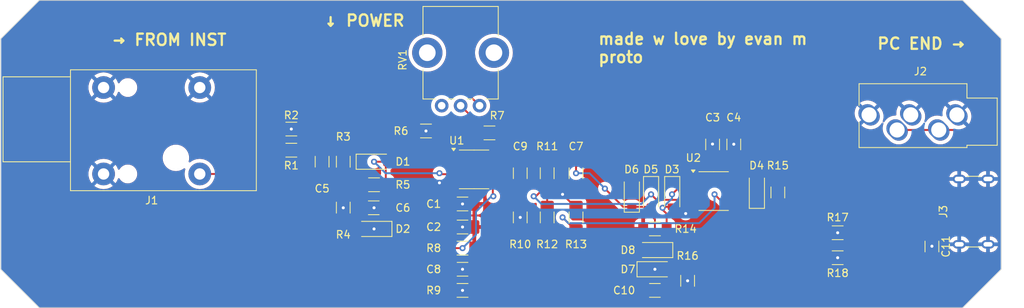
<source format=kicad_pcb>
(kicad_pcb (version 20240108) (generator "pcbnew") (generator_version "8.0")
  (layers (0 "F.Cu" signal) (31 "B.Cu" signal) (34 "B.Paste" user) (35 "F.Paste" user) (36 "B.SilkS" user "B.Silkscreen") (37 "F.SilkS" user "F.Silkscreen") (38 "B.Mask" user) (39 "F.Mask" user) (44 "Edge.Cuts" user))
  (net 0 "")
  (net 1 "GND")
  (net 2 "Net-(D1-A)")
  (net 3 "REF_CLAMP")
  (net 4 "Net-(U1B--)")
  (net 5 "Net-(U1B-+)")
  (net 6 "/Input Biasing and Buffer/SIG_BUF")
  (net 7 "/Output Clamping & Coupling/CLAMP_OUT")
  (net 8 "+5V")
  (net 9 "Net-(D3-A)")
  (net 10 "Net-(D3-K)")
  (net 11 "Net-(D4-A)")
  (net 12 "Net-(D4-K)")
  (net 13 "/Input Biasing and Buffer/JACK_IN")
  (net 14 "Net-(U1A--)")
  (net 15 "REF_CLAMP_H")
  (net 16 "REF_CLAMP_L")
  (net 17 "Net-(C5-Pad1)")
  (net 18 "Net-(C5-Pad2)")
  (net 19 "Net-(R7-Pad1)")
  (net 20 "Net-(J3-CC2)")
  (net 21 "Net-(J3-CC1)")
  (footprint "Resistor_SMD:R_1206_3216Metric_Pad1.30x1.75mm_HandSolder" (layer "F.Cu") (at 142.24 112.522 -90)
    (property "Reference" "R10" (at 3.556 0 180) (layer "F.SilkS"))
    (property "Value" "47k")
    (pad "1" smd roundrect (at -1.55 0 270) (size 1.3 1.75) (layers "F.Cu" "F.Paste" "F.Mask") (roundrect_rratio 0.192308) (net 4 "Net-(U1B--)"))
    (pad "2" smd roundrect (at 1.55 0 270) (size 1.3 1.75) (layers "F.Cu" "F.Paste" "F.Mask") (roundrect_rratio 0.192308) (net 1 "GND"))
  )
  (footprint "Connector_USB:USB_C_Receptacle_GCT_USB4125-xx-x-0190_6P_TopMnt_Horizontal" (layer "F.Cu") (at 203.2 111.76 90)
    (property "Reference" "J3" (at 0 -5.1 90) (layer "F.SilkS"))
    (property "Value" "USB_C_Receptacle_PowerOnly_6P")
    (pad "A5" smd roundrect (at -0.5 -3.08 90) (size 0.7 1.2) (layers "F.Cu" "F.Paste" "F.Mask") (net 21 "Net-(J3-CC1)"))
    (pad "A9" smd roundrect (at 1.52 -3.08 270) (size 0.76 1.2) (layers "F.Cu" "F.Paste" "F.Mask") (net 8 "+5V"))
    (pad "A12" smd roundrect (at 2.75 -3.08 270) (size 0.8 1.2) (layers "F.Cu" "F.Paste" "F.Mask") (net 1 "GND"))
    (pad "B5" smd roundrect (at 0.5 -3.08 270) (size 0.7 1.2) (layers "F.Cu" "F.Paste" "F.Mask") (net 20 "Net-(J3-CC2)"))
    (pad "B9" smd roundrect (at -1.52 -3.08 90) (size 0.76 1.2) (layers "F.Cu" "F.Paste" "F.Mask") (net 8 "+5V"))
    (pad "B12" smd roundrect (at -2.75 -3.08 90) (size 0.8 1.2) (layers "F.Cu" "F.Paste" "F.Mask") (net 1 "GND"))
    (pad "S1" thru_hole oval (at -4.32 -3 90) (size 1.1 1.7) (drill oval 0.6 1.2) (layers "*.Cu" "*.Mask" "F.Paste") (net 1 "GND"))
    (pad "S1" thru_hole oval (at -4.32 0.8 90) (size 1.1 1.7) (drill oval 0.6 1.2) (layers "*.Cu" "*.Mask" "F.Paste") (net 1 "GND"))
    (pad "S1" thru_hole oval (at 4.32 -3 90) (size 1.1 1.7) (drill oval 0.6 1.2) (layers "*.Cu" "*.Mask" "F.Paste") (net 1 "GND"))
    (pad "S1" thru_hole oval (at 4.32 0.8 90) (size 1.1 1.7) (drill oval 0.6 1.2) (layers "*.Cu" "*.Mask" "F.Paste") (net 1 "GND"))
  )
  (footprint "Resistor_SMD:R_1206_3216Metric_Pad1.30x1.75mm_HandSolder" (layer "F.Cu") (at 118.872 111.226 90)
    (property "Reference" "R4" (at -3.582 0 0) (layer "F.SilkS"))
    (property "Value" "470k")
    (pad "1" smd roundrect (at -1.55 0 90) (size 1.3 1.75) (layers "F.Cu" "F.Paste" "F.Mask") (roundrect_rratio 0.192308) (net 1 "GND"))
    (pad "2" smd roundrect (at 1.55 0 90) (size 1.3 1.75) (layers "F.Cu" "F.Paste" "F.Mask") (roundrect_rratio 0.192308) (net 18 "Net-(C5-Pad2)"))
  )
  (footprint "Diode_SMD:D_SOD-123" (layer "F.Cu") (at 162.306 109.474 -90)
    (property "Reference" "D3" (at -3.302 0.026 180) (layer "F.SilkS"))
    (property "Value" "D")
    (pad "1" smd roundrect (at -1.65 0 270) (size 0.9 1.2) (layers "F.Cu" "F.Paste" "F.Mask") (net 10 "Net-(D3-K)"))
    (pad "2" smd roundrect (at 1.65 0 270) (size 0.9 1.2) (layers "F.Cu" "F.Paste" "F.Mask") (net 9 "Net-(D3-A)"))
  )
  (footprint "Capacitor_SMD:C_1206_3216Metric_Pad1.33x1.80mm_HandSolder" (layer "F.Cu") (at 149.606 106.68 90)
    (property "Reference" "C7" (at 3.556 0 0) (layer "F.SilkS"))
    (property "Value" "22n")
    (pad "1" smd roundrect (at -1.5625 0 90) (size 1.325 1.8) (layers "F.Cu" "F.Paste" "F.Mask") (roundrect_rratio 0.188679) (net 1 "GND"))
    (pad "2" smd roundrect (at 1.5625 0 90) (size 1.325 1.8) (layers "F.Cu" "F.Paste" "F.Mask") (roundrect_rratio 0.188679) (net 6 "/Input Biasing and Buffer/SIG_BUF"))
  )
  (footprint "Package_SO:SOIC-8_3.9x4.9mm_P1.27mm" (layer "F.Cu") (at 136.144 106.172)
    (property "Reference" "U1" (at -2.286 -3.81 0) (layer "F.SilkS"))
    (property "Value" "ADA4622-2xCP")
    (pad "1" smd roundrect (at -2.475 -1.905) (size 1.95 0.6) (layers "F.Cu" "F.Paste" "F.Mask") (net 19 "Net-(R7-Pad1)"))
    (pad "2" smd roundrect (at -2.475 -0.635) (size 1.95 0.6) (layers "F.Cu" "F.Paste" "F.Mask") (net 14 "Net-(U1A--)"))
    (pad "3" smd roundrect (at -2.475 0.635) (size 1.95 0.6) (layers "F.Cu" "F.Paste" "F.Mask") (net 2 "Net-(D1-A)"))
    (pad "4" smd roundrect (at -2.475 1.905) (size 1.95 0.6) (layers "F.Cu" "F.Paste" "F.Mask") (net 1 "GND"))
    (pad "5" smd roundrect (at 2.475 1.905) (size 1.95 0.6) (layers "F.Cu" "F.Paste" "F.Mask") (net 5 "Net-(U1B-+)"))
    (pad "6" smd roundrect (at 2.475 0.635) (size 1.95 0.6) (layers "F.Cu" "F.Paste" "F.Mask") (net 4 "Net-(U1B--)"))
    (pad "7" smd roundrect (at 2.475 -0.635) (size 1.95 0.6) (layers "F.Cu" "F.Paste" "F.Mask") (net 3 "REF_CLAMP"))
    (pad "8" smd roundrect (at 2.475 -1.905) (size 1.95 0.6) (layers "F.Cu" "F.Paste" "F.Mask") (net 8 "+5V"))
  )
  (footprint "Connector_Audio:Jack_6.35mm_Neutrik_NRJ4HF_Horizontal" (layer "F.Cu") (at 99.924 106.778 180)
    (property "Reference" "J1" (at 6.35 -3.5 180) (layer "F.SilkS"))
    (property "Value" "AudioJack2_Switch")
    (pad "" np_thru_hole circle (at 3.15 2.13 180) (size 3 3) (drill 3) (layers "*.Cu" "*.Mask"))
    (pad "" np_thru_hole circle (at 9.5 0 180) (size 2 2) (drill 2) (layers "*.Cu" "*.Mask"))
    (pad "" np_thru_hole circle (at 9.5 11.43 180) (size 2 2) (drill 2) (layers "*.Cu" "*.Mask"))
    (pad "S" thru_hole circle (at 12.7 0 180) (size 3 3) (drill 1.5) (layers "*.Cu" "*.Mask") (net 1 "GND"))
    (pad "SN" thru_hole circle (at 12.7 11.43 180) (size 3 3) (drill 1.5) (layers "*.Cu" "*.Mask") (net 1 "GND"))
    (pad "T" thru_hole circle (at 0 0 180) (size 3 3) (drill 1.5) (layers "*.Cu" "*.Mask") (net 13 "/Input Biasing and Buffer/JACK_IN"))
    (pad "TN" thru_hole circle (at 0 11.43 180) (size 3 3) (drill 1.5) (layers "*.Cu" "*.Mask") (net 1 "GND"))
  )
  (footprint "Resistor_SMD:R_1206_3216Metric_Pad1.30x1.75mm_HandSolder" (layer "F.Cu") (at 184.15 117.856 180)
    (property "Reference" "R18" (at 0 -2.032 180) (layer "F.SilkS"))
    (property "Value" "4.7k")
    (pad "1" smd roundrect (at -1.55 0 180) (size 1.3 1.75) (layers "F.Cu" "F.Paste" "F.Mask") (roundrect_rratio 0.192308) (net 21 "Net-(J3-CC1)"))
    (pad "2" smd roundrect (at 1.55 0 180) (size 1.3 1.75) (layers "F.Cu" "F.Paste" "F.Mask") (roundrect_rratio 0.192308) (net 1 "GND"))
  )
  (footprint "Diode_SMD:D_SOD-123" (layer "F.Cu") (at 159.512 109.474 -90)
    (property "Reference" "D5" (at -3.302 0.026 180) (layer "F.SilkS"))
    (property "Value" "D")
    (pad "1" smd roundrect (at -1.65 0 270) (size 0.9 1.2) (layers "F.Cu" "F.Paste" "F.Mask") (net 10 "Net-(D3-K)"))
    (pad "2" smd roundrect (at 1.65 0 270) (size 0.9 1.2) (layers "F.Cu" "F.Paste" "F.Mask") (net 6 "/Input Biasing and Buffer/SIG_BUF"))
  )
  (footprint "Resistor_SMD:R_1206_3216Metric_Pad1.30x1.75mm_HandSolder" (layer "F.Cu") (at 145.796 112.522 90)
    (property "Reference" "R12" (at -3.556 0 0) (layer "F.SilkS"))
    (property "Value" "220k")
    (pad "1" smd roundrect (at -1.55 0 90) (size 1.3 1.75) (layers "F.Cu" "F.Paste" "F.Mask") (roundrect_rratio 0.192308) (net 16 "REF_CLAMP_L"))
    (pad "2" smd roundrect (at 1.55 0 90) (size 1.3 1.75) (layers "F.Cu" "F.Paste" "F.Mask") (roundrect_rratio 0.192308) (net 15 "REF_CLAMP_H"))
  )
  (footprint "Resistor_SMD:R_1206_3216Metric_Pad1.30x1.75mm_HandSolder" (layer "F.Cu") (at 160.02 114.046 180)
    (property "Reference" "R14" (at -4.064 0 180) (layer "F.SilkS"))
    (property "Value" "100")
    (pad "1" smd roundrect (at -1.55 0 180) (size 1.3 1.75) (layers "F.Cu" "F.Paste" "F.Mask") (roundrect_rratio 0.192308) (net 9 "Net-(D3-A)"))
    (pad "2" smd roundrect (at 1.55 0 180) (size 1.3 1.75) (layers "F.Cu" "F.Paste" "F.Mask") (roundrect_rratio 0.192308) (net 8 "+5V"))
  )
  (footprint "Capacitor_SMD:C_1206_3216Metric_Pad1.33x1.80mm_HandSolder" (layer "F.Cu") (at 134.62 119.38 180)
    (property "Reference" "C8" (at 3.81 0 180) (layer "F.SilkS"))
    (property "Value" "2.2u")
    (pad "1" smd roundrect (at -1.5625 0 180) (size 1.325 1.8) (layers "F.Cu" "F.Paste" "F.Mask") (roundrect_rratio 0.188679) (net 1 "GND"))
    (pad "2" smd roundrect (at 1.5625 0 180) (size 1.325 1.8) (layers "F.Cu" "F.Paste" "F.Mask") (roundrect_rratio 0.188679) (net 5 "Net-(U1B-+)"))
  )
  (footprint "Resistor_SMD:R_1206_3216Metric_Pad1.30x1.75mm_HandSolder" (layer "F.Cu") (at 134.62 122.174 180)
    (property "Reference" "R9" (at 3.81 0 180) (layer "F.SilkS"))
    (property "Value" "1k")
    (pad "1" smd roundrect (at -1.55 0 180) (size 1.3 1.75) (layers "F.Cu" "F.Paste" "F.Mask") (roundrect_rratio 0.192308) (net 1 "GND"))
    (pad "2" smd roundrect (at 1.55 0 180) (size 1.3 1.75) (layers "F.Cu" "F.Paste" "F.Mask") (roundrect_rratio 0.192308) (net 5 "Net-(U1B-+)"))
  )
  (footprint "Capacitor_SMD:C_1206_3216Metric_Pad1.33x1.80mm_HandSolder" (layer "F.Cu") (at 160.02 122.174 180)
    (property "Reference" "C10" (at 4.064 0 180) (layer "F.SilkS"))
    (property "Value" "2.2u")
    (pad "1" smd roundrect (at -1.5625 0 180) (size 1.325 1.8) (layers "F.Cu" "F.Paste" "F.Mask") (roundrect_rratio 0.188679) (net 7 "/Output Clamping & Coupling/CLAMP_OUT"))
    (pad "2" smd roundrect (at 1.5625 0 180) (size 1.325 1.8) (layers "F.Cu" "F.Paste" "F.Mask") (roundrect_rratio 0.188679) (net 6 "/Input Biasing and Buffer/SIG_BUF"))
  )
  (footprint "Capacitor_SMD:C_1206_3216Metric_Pad1.33x1.80mm_HandSolder" (layer "F.Cu") (at 142.24 106.68 -90)
    (property "Reference" "C9" (at -3.556 0 180) (layer "F.SilkS"))
    (property "Value" "470n")
    (pad "1" smd roundrect (at -1.5625 0 270) (size 1.325 1.8) (layers "F.Cu" "F.Paste" "F.Mask") (roundrect_rratio 0.188679) (net 3 "REF_CLAMP"))
    (pad "2" smd roundrect (at 1.5625 0 270) (size 1.325 1.8) (layers "F.Cu" "F.Paste" "F.Mask") (roundrect_rratio 0.188679) (net 4 "Net-(U1B--)"))
  )
  (footprint "Resistor_SMD:R_1206_3216Metric_Pad1.30x1.75mm_HandSolder" (layer "F.Cu") (at 129.794 101.092)
    (property "Reference" "R6" (at -3.302 0 180) (layer "F.SilkS"))
    (property "Value" "10k")
    (pad "1" smd roundrect (at -1.55 0) (size 1.3 1.75) (layers "F.Cu" "F.Paste" "F.Mask") (roundrect_rratio 0.192308) (net 1 "GND"))
    (pad "2" smd roundrect (at 1.55 0) (size 1.3 1.75) (layers "F.Cu" "F.Paste" "F.Mask") (roundrect_rratio 0.192308) (net 14 "Net-(U1A--)"))
  )
  (footprint "Capacitor_SMD:C_1206_3216Metric_Pad1.33x1.80mm_HandSolder" (layer "F.Cu") (at 116.078 105.156 -90)
    (property "Reference" "C5" (at 3.556 0 180) (layer "F.SilkS"))
    (property "Value" "1u")
    (pad "1" smd roundrect (at -1.5625 0 270) (size 1.325 1.8) (layers "F.Cu" "F.Paste" "F.Mask") (roundrect_rratio 0.188679) (net 17 "Net-(C5-Pad1)"))
    (pad "2" smd roundrect (at 1.5625 0 270) (size 1.325 1.8) (layers "F.Cu" "F.Paste" "F.Mask") (roundrect_rratio 0.188679) (net 18 "Net-(C5-Pad2)"))
  )
  (footprint "Capacitor_SMD:C_1206_3216Metric_Pad1.33x1.80mm_HandSolder" (layer "F.Cu") (at 122.8975 111.252)
    (property "Reference" "C6" (at 3.8485 0 0) (layer "F.SilkS"))
    (property "Value" "3.3n")
    (pad "1" smd roundrect (at -1.5625 0) (size 1.325 1.8) (layers "F.Cu" "F.Paste" "F.Mask") (roundrect_rratio 0.188679) (net 1 "GND"))
    (pad "2" smd roundrect (at 1.5625 0) (size 1.325 1.8) (layers "F.Cu" "F.Paste" "F.Mask") (roundrect_rratio 0.188679) (net 2 "Net-(D1-A)"))
  )
  (footprint "Package_SO:SOIC-8_3.9x4.9mm_P1.27mm" (layer "F.Cu") (at 167.777 109.039)
    (property "Reference" "U2" (at -2.677 -4.391 0) (layer "F.SilkS"))
    (property "Value" "ADA4622-2xCP")
    (pad "1" smd roundrect (at -2.475 -1.905) (size 1.95 0.6) (layers "F.Cu" "F.Paste" "F.Mask") (net 10 "Net-(D3-K)"))
    (pad "2" smd roundrect (at -2.475 -0.635) (size 1.95 0.6) (layers "F.Cu" "F.Paste" "F.Mask") (net 9 "Net-(D3-A)"))
    (pad "3" smd roundrect (at -2.475 0.635) (size 1.95 0.6) (layers "F.Cu" "F.Paste" "F.Mask") (net 15 "REF_CLAMP_H"))
    (pad "4" smd roundrect (at -2.475 1.905) (size 1.95 0.6) (layers "F.Cu" "F.Paste" "F.Mask") (net 1 "GND"))
    (pad "5" smd roundrect (at 2.475 1.905) (size 1.95 0.6) (layers "F.Cu" "F.Paste" "F.Mask") (net 16 "REF_CLAMP_L"))
    (pad "6" smd roundrect (at 2.475 0.635) (size 1.95 0.6) (layers "F.Cu" "F.Paste" "F.Mask") (net 12 "Net-(D4-K)"))
    (pad "7" smd roundrect (at 2.475 -0.635) (size 1.95 0.6) (layers "F.Cu" "F.Paste" "F.Mask") (net 11 "Net-(D4-A)"))
    (pad "8" smd roundrect (at 2.475 -1.905) (size 1.95 0.6) (layers "F.Cu" "F.Paste" "F.Mask") (net 8 "+5V"))
  )
  (footprint "Resistor_SMD:R_1206_3216Metric_Pad1.30x1.75mm_HandSolder" (layer "F.Cu") (at 149.606 112.522 -90)
    (property "Reference" "R13" (at 3.556 0 180) (layer "F.SilkS"))
    (property "Value" "100k")
    (pad "1" smd roundrect (at -1.55 0 270) (size 1.3 1.75) (layers "F.Cu" "F.Paste" "F.Mask") (roundrect_rratio 0.192308) (net 1 "GND"))
    (pad "2" smd roundrect (at 1.55 0 270) (size 1.3 1.75) (layers "F.Cu" "F.Paste" "F.Mask") (roundrect_rratio 0.192308) (net 16 "REF_CLAMP_L"))
  )
  (footprint "Connector_Audio:Jack_3.5mm_CUI_SJ1-3535NG_Horizontal_CircularHoles" (layer "F.Cu") (at 199.898 98.96 -90)
    (property "Reference" "J2" (at -5.742 4.816 180) (layer "F.SilkS"))
    (property "Value" "AudioJack3_SwitchTR")
    (pad "R" thru_hole oval (at 2 7.9 315) (size 3 2.4) (drill 2) (layers "*.Cu" "*.Mask") (net 7 "/Output Clamping & Coupling/CLAMP_OUT"))
    (pad "RN" thru_hole oval (at 0 6.1 315) (size 3 2.4) (drill 2) (layers "*.Cu" "*.Mask") (net 1 "GND"))
    (pad "S" thru_hole oval (at 0 0 315) (size 3 2.4) (drill 2) (layers "*.Cu" "*.Mask") (net 1 "GND"))
    (pad "T" thru_hole oval (at 2 2.4 315) (size 3 2.4) (drill 2) (layers "*.Cu" "*.Mask") (net 7 "/Output Clamping & Coupling/CLAMP_OUT"))
    (pad "TN" thru_hole oval (at 0 11.6 315) (size 3 2.4) (drill 2) (layers "*.Cu" "*.Mask") (net 1 "GND"))
  )
  (footprint "Capacitor_SMD:C_1206_3216Metric_Pad1.33x1.80mm_HandSolder" (layer "F.Cu") (at 170.434 102.87 -90)
    (property "Reference" "C4" (at -3.556 0 180) (layer "F.SilkS"))
    (property "Value" "1u")
    (pad "1" smd roundrect (at -1.5625 0 270) (size 1.325 1.8) (layers "F.Cu" "F.Paste" "F.Mask") (roundrect_rratio 0.188679) (net 1 "GND"))
    (pad "2" smd roundrect (at 1.5625 0 270) (size 1.325 1.8) (layers "F.Cu" "F.Paste" "F.Mask") (roundrect_rratio 0.188679) (net 8 "+5V"))
  )
  (footprint "Resistor_SMD:R_1206_3216Metric_Pad1.30x1.75mm_HandSolder" (layer "F.Cu") (at 176.25 109.22 90)
    (property "Reference" "R15" (at 3.556 0 0) (layer "F.SilkS"))
    (property "Value" "100")
    (pad "1" smd roundrect (at -1.55 0 90) (size 1.3 1.75) (layers "F.Cu" "F.Paste" "F.Mask") (roundrect_rratio 0.192308) (net 12 "Net-(D4-K)"))
    (pad "2" smd roundrect (at 1.55 0 90) (size 1.3 1.75) (layers "F.Cu" "F.Paste" "F.Mask") (roundrect_rratio 0.192308) (net 8 "+5V"))
  )
  (footprint "Diode_SMD:D_SOD-123" (layer "F.Cu") (at 122.936 105.156)
    (property "Reference" "D1" (at 3.81 0 0) (layer "F.SilkS"))
    (property "Value" "D")
    (pad "1" smd roundrect (at -1.65 0) (size 0.9 1.2) (layers "F.Cu" "F.Paste" "F.Mask") (net 8 "+5V"))
    (pad "2" smd roundrect (at 1.65 0) (size 0.9 1.2) (layers "F.Cu" "F.Paste" "F.Mask") (net 2 "Net-(D1-A)"))
  )
  (footprint "Potentiometer_THT:Potentiometer_Bourns_PTV09A-1_Single_Vertical" (layer "F.Cu") (at 136.866 97.744 90)
    (property "Reference" "RV1" (at 6.05 -10.15 90) (layer "F.SilkS"))
    (property "Value" "R_Potentiometer")
    (pad "" np_thru_hole circle (at 7 -6.9 90) (size 4 4) (drill 2.2) (layers "F&B.Cu" "*.Mask"))
    (pad "" np_thru_hole circle (at 7 1.9 90) (size 4 4) (drill 2.2) (layers "F&B.Cu" "*.Mask"))
    (pad "1" thru_hole circle (at 0 0 90) (size 1.8 1.8) (drill 1) (layers "*.Cu" "*.Mask") (net 14 "Net-(U1A--)"))
    (pad "2" thru_hole circle (at 0 -2.5 90) (size 1.8 1.8) (drill 1) (layers "*.Cu" "*.Mask") (net 19 "Net-(R7-Pad1)"))
    (pad "3" thru_hole circle (at 0 -5 90) (size 1.8 1.8) (drill 1) (layers "*.Cu" "*.Mask"))
  )
  (footprint "Resistor_SMD:R_1206_3216Metric_Pad1.30x1.75mm_HandSolder" (layer "F.Cu") (at 134.62 116.586)
    (property "Reference" "R8" (at -3.81 0 0) (layer "F.SilkS"))
    (property "Value" "47k")
    (pad "1" smd roundrect (at -1.55 0) (size 1.3 1.75) (layers "F.Cu" "F.Paste" "F.Mask") (roundrect_rratio 0.192308) (net 5 "Net-(U1B-+)"))
    (pad "2" smd roundrect (at 1.55 0) (size 1.3 1.75) (layers "F.Cu" "F.Paste" "F.Mask") (roundrect_rratio 0.192308) (net 8 "+5V"))
  )
  (footprint "Resistor_SMD:R_1206_3216Metric_Pad1.30x1.75mm_HandSolder" (layer "F.Cu") (at 122.936 108.204)
    (property "Reference" "R5" (at 3.81 0 0) (layer "F.SilkS"))
    (property "Value" "1k")
    (pad "1" smd roundrect (at -1.55 0) (size 1.3 1.75) (layers "F.Cu" "F.Paste" "F.Mask") (roundrect_rratio 0.192308) (net 18 "Net-(C5-Pad2)"))
    (pad "2" smd roundrect (at 1.55 0) (size 1.3 1.75) (layers "F.Cu" "F.Paste" "F.Mask") (roundrect_rratio 0.192308) (net 2 "Net-(D1-A)"))
  )
  (footprint "Diode_SMD:D_SOD-123" (layer "F.Cu") (at 160.02 116.84 180)
    (property "Reference" "D7" (at 3.556 -2.54 180) (layer "F.SilkS"))
    (property "Value" "D")
    (pad "1" smd roundrect (at -1.65 0 180) (size 0.9 1.2) (layers "F.Cu" "F.Paste" "F.Mask") (net 8 "+5V"))
    (pad "2" smd roundrect (at 1.65 0 180) (size 0.9 1.2) (layers "F.Cu" "F.Paste" "F.Mask") (net 6 "/Input Biasing and Buffer/SIG_BUF"))
  )
  (footprint "Diode_SMD:D_SOD-123" (layer "F.Cu") (at 160.02 119.38)
    (property "Reference" "D8" (at -3.556 -2.54 0) (layer "F.SilkS"))
    (property "Value" "D")
    (pad "1" smd roundrect (at -1.65 0) (size 0.9 1.2) (layers "F.Cu" "F.Paste" "F.Mask") (net 6 "/Input Biasing and Buffer/SIG_BUF"))
    (pad "2" smd roundrect (at 1.65 0) (size 0.9 1.2) (layers "F.Cu" "F.Paste" "F.Mask") (net 1 "GND"))
  )
  (footprint "Capacitor_SMD:C_1206_3216Metric_Pad1.33x1.80mm_HandSolder" (layer "F.Cu") (at 167.64 102.87 90)
    (property "Reference" "C3" (at 3.556 0 0) (layer "F.SilkS"))
    (property "Value" "22n")
    (pad "1" smd roundrect (at -1.5625 0 90) (size 1.325 1.8) (layers "F.Cu" "F.Paste" "F.Mask") (roundrect_rratio 0.188679) (net 8 "+5V"))
    (pad "2" smd roundrect (at 1.5625 0 90) (size 1.325 1.8) (layers "F.Cu" "F.Paste" "F.Mask") (roundrect_rratio 0.188679) (net 1 "GND"))
  )
  (footprint "Resistor_SMD:R_1206_3216Metric_Pad1.30x1.75mm_HandSolder" (layer "F.Cu") (at 138.176 101.346)
    (property "Reference" "R7" (at 1.016 -2.286 0) (layer "F.SilkS"))
    (property "Value" "100")
    (pad "1" smd roundrect (at -1.55 0) (size 1.3 1.75) (layers "F.Cu" "F.Paste" "F.Mask") (roundrect_rratio 0.192308) (net 19 "Net-(R7-Pad1)"))
    (pad "2" smd roundrect (at 1.55 0) (size 1.3 1.75) (layers "F.Cu" "F.Paste" "F.Mask") (roundrect_rratio 0.192308) (net 6 "/Input Biasing and Buffer/SIG_BUF"))
  )
  (footprint "Resistor_SMD:R_1206_3216Metric_Pad1.30x1.75mm_HandSolder" (layer "F.Cu") (at 118.872 105.156 90)
    (property "Reference" "R3" (at 3.302 0 0) (layer "F.SilkS"))
    (property "Value" "470k")
    (pad "1" smd roundrect (at -1.55 0 90) (size 1.3 1.75) (layers "F.Cu" "F.Paste" "F.Mask") (roundrect_rratio 0.192308) (net 18 "Net-(C5-Pad2)"))
    (pad "2" smd roundrect (at 1.55 0 90) (size 1.3 1.75) (layers "F.Cu" "F.Paste" "F.Mask") (roundrect_rratio 0.192308) (net 8 "+5V"))
  )
  (footprint "Resistor_SMD:R_1206_3216Metric_Pad1.30x1.75mm_HandSolder" (layer "F.Cu") (at 112.014 103.632)
    (property "Reference" "R1" (at 0 2.032 0) (layer "F.SilkS"))
    (property "Value" "100")
    (pad "1" smd roundrect (at -1.55 0) (size 1.3 1.75) (layers "F.Cu" "F.Paste" "F.Mask") (roundrect_rratio 0.192308) (net 13 "/Input Biasing and Buffer/JACK_IN"))
    (pad "2" smd roundrect (at 1.55 0) (size 1.3 1.75) (layers "F.Cu" "F.Paste" "F.Mask") (roundrect_rratio 0.192308) (net 17 "Net-(C5-Pad1)"))
  )
  (footprint "Diode_SMD:D_SOD-123" (layer "F.Cu") (at 122.936 114.046 180)
    (property "Reference" "D2" (at -3.81 0 180) (layer "F.SilkS"))
    (property "Value" "D")
    (pad "1" smd roundrect (at -1.65 0 180) (size 0.9 1.2) (layers "F.Cu" "F.Paste" "F.Mask") (net 2 "Net-(D1-A)"))
    (pad "2" smd roundrect (at 1.65 0 180) (size 0.9 1.2) (layers "F.Cu" "F.Paste" "F.Mask") (net 1 "GND"))
  )
  (footprint "Capacitor_SMD:C_1206_3216Metric_Pad1.33x1.80mm_HandSolder" (layer "F.Cu") (at 196.596 116.3705 -90)
    (property "Reference" "C11" (at 0 -1.85 90) (layer "F.SilkS"))
    (property "Value" "2.2u")
    (pad "1" smd roundrect (at -1.5625 0 270) (size 1.325 1.8) (layers "F.Cu" "F.Paste" "F.Mask") (roundrect_rratio 0.188679) (net 8 "+5V"))
    (pad "2" smd roundrect (at 1.5625 0 270) (size 1.325 1.8) (layers "F.Cu" "F.Paste" "F.Mask") (roundrect_rratio 0.188679) (net 1 "GND"))
  )
  (footprint "Resistor_SMD:R_1206_3216Metric_Pad1.30x1.75mm_HandSolder" (layer "F.Cu") (at 164.338 120.904 90)
    (property "Reference" "R16" (at 3.302 0 0) (layer "F.SilkS"))
    (property "Value" "470k")
    (pad "1" smd roundrect (at -1.55 0 90) (size 1.3 1.75) (layers "F.Cu" "F.Paste" "F.Mask") (roundrect_rratio 0.192308) (net 7 "/Output Clamping & Coupling/CLAMP_OUT"))
    (pad "2" smd roundrect (at 1.55 0 90) (size 1.3 1.75) (layers "F.Cu" "F.Paste" "F.Mask") (roundrect_rratio 0.192308) (net 1 "GND"))
  )
  (footprint "Resistor_SMD:R_1206_3216Metric_Pad1.30x1.75mm_HandSolder" (layer "F.Cu") (at 184.15 114.554 180)
    (property "Reference" "R17" (at 0 2.032 180) (layer "F.SilkS"))
    (property "Value" "4.7k")
    (pad "1" smd roundrect (at -1.55 0 180) (size 1.3 1.75) (layers "F.Cu" "F.Paste" "F.Mask") (roundrect_rratio 0.192308) (net 20 "Net-(J3-CC2)"))
    (pad "2" smd roundrect (at 1.55 0 180) (size 1.3 1.75) (layers "F.Cu" "F.Paste" "F.Mask") (roundrect_rratio 0.192308) (net 1 "GND"))
  )
  (footprint "Diode_SMD:D_SOD-123" (layer "F.Cu") (at 156.972 109.474 90)
    (property "Reference" "D6" (at 3.302 -0.026 0) (layer "F.SilkS"))
    (property "Value" "D")
    (pad "1" smd roundrect (at -1.65 0 90) (size 0.9 1.2) (layers "F.Cu" "F.Paste" "F.Mask") (net 6 "/Input Biasing and Buffer/SIG_BUF"))
    (pad "2" smd roundrect (at 1.65 0 90) (size 0.9 1.2) (layers "F.Cu" "F.Paste" "F.Mask") (net 11 "Net-(D4-A)"))
  )
  (footprint "Resistor_SMD:R_1206_3216Metric_Pad1.30x1.75mm_HandSolder" (layer "F.Cu") (at 112.014 100.838)
    (property "Reference" "R2" (at 0 -1.82 0) (layer "F.SilkS"))
    (property "Value" "1Meg")
    (pad "1" smd roundrect (at -1.55 0) (size 1.3 1.75) (layers "F.Cu" "F.Paste" "F.Mask") (roundrect_rratio 0.192308) (net 1 "GND"))
    (pad "2" smd roundrect (at 1.55 0) (size 1.3 1.75) (layers "F.Cu" "F.Paste" "F.Mask") (roundrect_rratio 0.192308) (net 17 "Net-(C5-Pad1)"))
  )
  (footprint "Resistor_SMD:R_1206_3216Metric_Pad1.30x1.75mm_HandSolder" (layer "F.Cu") (at 145.796 106.68 90)
    (property "Reference" "R11" (at 3.556 0 0) (layer "F.SilkS"))
    (property "Value" "100k")
    (pad "1" smd roundrect (at -1.55 0 90) (size 1.3 1.75) (layers "F.Cu" "F.Paste" "F.Mask") (roundrect_rratio 0.192308) (net 15 "REF_CLAMP_H"))
    (pad "2" smd roundrect (at 1.55 0 90) (size 1.3 1.75) (layers "F.Cu" "F.Paste" "F.Mask") (roundrect_rratio 0.192308) (net 3 "REF_CLAMP"))
  )
  (footprint "Capacitor_SMD:C_1206_3216Metric_Pad1.33x1.80mm_HandSolder" (layer "F.Cu") (at 134.62 110.744 180)
    (property "Reference" "C1" (at 3.81 0 180) (layer "F.SilkS"))
    (property "Value" "22n")
    (pad "1" smd roundrect (at -1.5625 0 180) (size 1.325 1.8) (layers "F.Cu" "F.Paste" "F.Mask") (roundrect_rratio 0.188679) (net 8 "+5V"))
    (pad "2" smd roundrect (at 1.5625 0 180) (size 1.325 1.8) (layers "F.Cu" "F.Paste" "F.Mask") (roundrect_rratio 0.188679) (net 1 "GND"))
  )
  (footprint "Diode_SMD:D_SOD-123" (layer "F.Cu") (at 173.482 108.966 90)
    (property "Reference" "D4" (at 3.302 -0.026 0) (layer "F.SilkS"))
    (property "Value" "D")
    (pad "1" smd roundrect (at -1.65 0 90) (size 0.9 1.2) (layers "F.Cu" "F.Paste" "F.Mask") (net 12 "Net-(D4-K)"))
    (pad "2" smd roundrect (at 1.65 0 90) (size 0.9 1.2) (layers "F.Cu" "F.Paste" "F.Mask") (net 11 "Net-(D4-A)"))
  )
  (footprint "Capacitor_SMD:C_1206_3216Metric_Pad1.33x1.80mm_HandSolder" (layer "F.Cu") (at 134.62 113.792)
    (property "Reference" "C2" (at -3.81 0 0) (layer "F.SilkS"))
    (property "Value" "1u")
    (pad "1" smd roundrect (at -1.5625 0) (size 1.325 1.8) (layers "F.Cu" "F.Paste" "F.Mask") (roundrect_rratio 0.188679) (net 1 "GND"))
    (pad "2" smd roundrect (at 1.5625 0) (size 1.325 1.8) (layers "F.Cu" "F.Paste" "F.Mask") (roundrect_rratio 0.188679) (net 8 "+5V"))
  )
  (gr_line (start 200.66 83.82) (end 205.74 88.9) (stroke (width 0.1)) (layer "Edge.Cuts"))
  (gr_line (start 205.74 88.9) (end 205.74 119.38) (stroke (width 0.1)) (layer "Edge.Cuts"))
  (gr_line (start 205.74 119.38) (end 200.66 124.46) (stroke (width 0.1)) (layer "Edge.Cuts"))
  (gr_line (start 200.66 124.46) (end 78.74 124.46) (stroke (width 0.1)) (layer "Edge.Cuts"))
  (gr_line (start 78.74 83.82) (end 200.66 83.82) (stroke (width 0.1)) (layer "Edge.Cuts"))
  (gr_line (start 78.74 124.46) (end 73.66 119.38) (stroke (width 0.1)) (layer "Edge.Cuts"))
  (gr_line (start 73.66 119.38) (end 73.66 88.9) (stroke (width 0.1)) (layer "Edge.Cuts"))
  (gr_line (start 73.66 88.9) (end 78.74 83.82) (stroke (width 0.1)) (layer "Edge.Cuts"))
  (gr_text "PC END →" (at 189.23 90.424 0) (layer "F.SilkS") (effects (font (size 1.5 1.5) (thickness 0.3) (bold yes)) (justify left bottom)))
  (gr_text "↓ POWER" (at 116.078 87.376 0) (layer "F.SilkS") (effects (font (size 1.5 1.5) (thickness 0.3) (bold yes)) (justify left bottom)))
  (gr_text "→ FROM INST" (at 88.138 89.916 0) (layer "F.SilkS") (effects (font (size 1.5 1.5) (thickness 0.3) (bold yes)) (justify left bottom)))
  (gr_text "made w love by evan m\nproto" (at 152.4 92.202 0) (layer "F.SilkS") (effects (font (size 1.5 1.5) (thickness 0.3) (bold yes)) (justify left bottom)))
  (segment (start 182.6 117.856) (end 184.15 117.856) (width 0.25) (layer "F.Cu") (net 1))
  (segment (start 149.606 108.2425) (end 149.0595 108.2425) (width 0.25) (layer "F.Cu") (net 1))
  (segment (start 164.232 112.014) (end 165.302 110.944) (width 0.25) (layer "F.Cu") (net 1))
  (segment (start 167.64 102.807) (end 167.64 101.3075) (width 0.25) (layer "F.Cu") (net 1))
  (segment (start 121.335 111.252) (end 122.936 111.252) (width 0.25) (layer "F.Cu") (net 1))
  (segment (start 133.0575 110.744) (end 134.62 110.744) (width 0.25) (layer "F.Cu") (net 1))
  (segment (start 121.286 114.046) (end 122.936 114.046) (width 0.25) (layer "F.Cu") (net 1))
  (segment (start 128.244 101.092) (end 129.794 101.092) (width 0.25) (layer "F.Cu") (net 1))
  (segment (start 131.572 107.95) (end 131.699 108.077) (width 0.25) (layer "F.Cu") (net 1))
  (segment (start 149.326 110.972) (end 147.828 109.474) (width 0.25) (layer "F.Cu") (net 1))
  (segment (start 182.6 114.554) (end 184.15 114.554) (width 0.25) (layer "F.Cu") (net 1))
  (segment (start 131.699 108.077) (end 133.669 108.077) (width 0.25) (layer "F.Cu") (net 1))
  (segment (start 118.872 112.776) (end 118.872 111.252) (width 0.25) (layer "F.Cu") (net 1))
  (segment (start 136.1825 119.38) (end 134.62 119.38) (width 0.25) (layer "F.Cu") (net 1))
  (segment (start 200.12 114.51) (end 200.12 116) (width 0.25) (layer "F.Cu") (net 1))
  (segment (start 133.0575 113.792) (end 134.62 113.792) (width 0.25) (layer "F.Cu") (net 1))
  (segment (start 164.084 112.014) (end 164.232 112.014) (width 0.25) (layer "F.Cu") (net 1))
  (segment (start 149.606 110.972) (end 149.326 110.972) (width 0.25) (layer "F.Cu") (net 1))
  (segment (start 200.12 109.01) (end 200.12 107.52) (width 0.25) (layer "F.Cu") (net 1))
  (segment (start 149.0595 108.2425) (end 147.828 109.474) (width 0.25) (layer "F.Cu") (net 1))
  (segment (start 200.12 107.52) (end 200.2 107.44) (width 0.25) (layer "F.Cu") (net 1))
  (segment (start 110.464 100.838) (end 112.014 100.838) (width 0.25) (layer "F.Cu") (net 1))
  (segment (start 196.596 117.933) (end 196.596 116.332) (width 0.25) (layer "F.Cu") (net 1))
  (segment (start 164.338 119.354) (end 164.338 120.904) (width 0.25) (layer "F.Cu") (net 1))
  (segment (start 142.24 114.072) (end 142.24 112.522) (width 0.25) (layer "F.Cu") (net 1))
  (segment (start 200.12 116) (end 200.2 116.08) (width 0.25) (layer "F.Cu") (net 1))
  (segment (start 136.17 122.174) (end 134.62 122.174) (width 0.25) (layer "F.Cu") (net 1))
  (segment (start 161.67 119.38) (end 160.02 119.38) (width 0.25) (layer "F.Cu") (net 1))
  (segment (start 170.434 102.844) (end 170.434 101.3075) (width 0.25) (layer "F.Cu") (net 1))
  (segment (start 167.626153 102.820847) (end 167.64 102.807) (width 0.25) (layer "F.Cu") (net 1))
  (via (at 134.62 113.792) (size 0.8) (drill 0.4) (layers "F.Cu" "B.Cu") (net 1))
  (via (at 129.794 101.092) (size 0.8) (drill 0.4) (layers "F.Cu" "B.Cu") (net 1))
  (via (at 167.626153 102.820847) (size 0.8) (drill 0.4) (layers "F.Cu" "B.Cu") (net 1))
  (via (at 122.936 111.252) (size 0.8) (drill 0.4) (layers "F.Cu" "B.Cu") (net 1))
  (via (at 184.15 114.554) (size 0.8) (drill 0.4) (layers "F.Cu" "B.Cu") (net 1))
  (via (at 134.62 110.744) (size 0.8) (drill 0.4) (layers "F.Cu" "B.Cu") (net 1))
  (via (at 147.828 109.474) (size 0.8) (drill 0.4) (layers "F.Cu" "B.Cu") (net 1))
  (via (at 196.596 116.332) (size 0.8) (drill 0.4) (layers "F.Cu" "B.Cu") (net 1))
  (via (at 112.014 100.838) (size 0.8) (drill 0.4) (layers "F.Cu" "B.Cu") (net 1))
  (via (at 142.24 112.522) (size 0.8) (drill 0.4) (layers "F.Cu" "B.Cu") (net 1))
  (via (at 118.872 111.252) (size 0.8) (drill 0.4) (layers "F.Cu" "B.Cu") (net 1))
  (via (at 131.572 107.95) (size 0.8) (drill 0.4) (layers "F.Cu" "B.Cu") (net 1))
  (via (at 134.62 122.174) (size 0.8) (drill 0.4) (layers "F.Cu" "B.Cu") (net 1))
  (via (at 160.02 119.38) (size 0.8) (drill 0.4) (layers "F.Cu" "B.Cu") (net 1))
  (via (at 134.62 119.38) (size 0.8) (drill 0.4) (layers "F.Cu" "B.Cu") (net 1))
  (via (at 184.15 117.856) (size 0.8) (drill 0.4) (layers "F.Cu" "B.Cu") (net 1))
  (via (at 164.084 112.014) (size 0.8) (drill 0.4) (layers "F.Cu" "B.Cu") (net 1))
  (via (at 170.434 102.844) (size 0.8) (drill 0.4) (layers "F.Cu" "B.Cu") (net 1))
  (via (at 164.338 120.904) (size 0.8) (drill 0.4) (layers "F.Cu" "B.Cu") (net 1))
  (via (at 122.936 114.046) (size 0.8) (drill 0.4) (layers "F.Cu" "B.Cu") (net 1))
  (segment (start 124.486 108.204) (end 124.486 111.226) (width 0.25) (layer "F.Cu") (net 2))
  (segment (start 124.486 105.256) (end 124.586 105.156) (width 0.25) (layer "F.Cu") (net 2))
  (segment (start 124.486 108.204) (end 124.486 105.256) (width 0.25) (layer "F.Cu") (net 2))
  (segment (start 133.669 106.807) (end 131.699 106.807) (width 0.25) (layer "F.Cu") (net 2))
  (segment (start 124.486 111.226) (end 124.46 111.252) (width 0.25) (layer "F.Cu") (net 2))
  (segment (start 122.936 105.156) (end 124.586 105.156) (width 0.25) (layer "F.Cu") (net 2))
  (segment (start 131.699 106.807) (end 131.572 106.68) (width 0.25) (layer "F.Cu") (net 2))
  (segment (start 124.586 114.046) (end 124.586 111.378) (width 0.25) (layer "F.Cu") (net 2))
  (segment (start 124.586 111.378) (end 124.46 111.252) (width 0.25) (layer "F.Cu") (net 2))
  (via (at 131.572 106.68) (size 0.8) (drill 0.4) (layers "F.Cu" "B.Cu") (net 2))
  (via (at 122.936 105.156) (size 0.8) (drill 0.4) (layers "F.Cu" "B.Cu") (net 2))
  (segment (start 124.46 106.68) (end 122.936 105.156) (width 0.25) (layer "B.Cu") (net 2))
  (segment (start 131.572 106.68) (end 124.46 106.68) (width 0.25) (layer "B.Cu") (net 2))
  (segment (start 142.24 105.1175) (end 141.0085 105.1175) (width 0.25) (layer "F.Cu") (net 3))
  (segment (start 140.589 105.537) (end 138.619 105.537) (width 0.25) (layer "F.Cu") (net 3))
  (segment (start 142.2525 105.13) (end 142.24 105.1175) (width 0.25) (layer "F.Cu") (net 3))
  (segment (start 141.0085 105.1175) (end 140.589 105.537) (width 0.25) (layer "F.Cu") (net 3))
  (segment (start 145.796 105.13) (end 142.2525 105.13) (width 0.25) (layer "F.Cu") (net 3))
  (segment (start 142.24 108.2425) (end 140.8045 106.807) (width 0.25) (layer "F.Cu") (net 4))
  (segment (start 142.24 110.972) (end 142.24 108.2425) (width 0.25) (layer "F.Cu") (net 4))
  (segment (start 140.8045 106.807) (end 138.619 106.807) (width 0.25) (layer "F.Cu") (net 4))
  (segment (start 138.619 109.663) (end 138.619 108.077) (width 0.25) (layer "F.Cu") (net 5))
  (segment (start 133.0575 119.38) (end 133.0575 122.1615) (width 0.25) (layer "F.Cu") (net 5))
  (segment (start 133.0575 116.5985) (end 133.07 116.586) (width 0.25) (layer "F.Cu") (net 5))
  (segment (start 133.0575 122.1615) (end 133.07 122.174) (width 0.25) (layer "F.Cu") (net 5))
  (segment (start 133.0575 119.38) (end 133.0575 116.5985) (width 0.25) (layer "F.Cu") (net 5))
  (segment (start 133.07 116.586) (end 134.62 116.586) (width 0.25) (layer "F.Cu") (net 5))
  (segment (start 138.684 109.728) (end 138.619 109.663) (width 0.25) (layer "F.Cu") (net 5))
  (via (at 138.684 109.728) (size 0.8) (drill 0.4) (layers "F.Cu" "B.Cu") (net 5))
  (via (at 134.62 116.586) (size 0.8) (drill 0.4) (layers "F.Cu" "B.Cu") (net 5))
  (segment (start 136.398 111.76) (end 136.398 114.808) (width 0.25) (layer "B.Cu") (net 5))
  (segment (start 136.398 114.808) (end 134.62 116.586) (width 0.25) (layer "B.Cu") (net 5))
  (segment (start 138.684 109.728) (end 138.43 109.728) (width 0.25) (layer "B.Cu") (net 5))
  (segment (start 138.43 109.728) (end 136.398 111.76) (width 0.25) (layer "B.Cu") (net 5))
  (segment (start 158.37 119.76) (end 158.4575 119.8475) (width 0.25) (layer "F.Cu") (net 6))
  (segment (start 160.02 115.19) (end 158.37 116.84) (width 0.25) (layer "F.Cu") (net 6))
  (segment (start 158.4575 119.8475) (end 158.4575 122.174) (width 0.25) (layer "F.Cu") (net 6))
  (segment (start 145.8345 101.346) (end 149.606 105.1175) (width 0.25) (layer "F.Cu") (net 6))
  (segment (start 158.37 116.84) (end 158.37 119.38) (width 0.25) (layer "F.Cu") (net 6))
  (segment (start 155.828 111.124) (end 153.416 108.712) (width 0.25) (layer "F.Cu") (net 6))
  (segment (start 159.512 112.268) (end 160.02 112.776) (width 0.25) (layer "F.Cu") (net 6))
  (segment (start 159.512 111.124) (end 156.972 111.124) (width 0.25) (layer "F.Cu") (net 6))
  (segment (start 156.972 111.124) (end 155.828 111.124) (width 0.25) (layer "F.Cu") (net 6))
  (segment (start 139.726 101.346) (end 144.0565 101.346) (width 0.25) (layer "F.Cu") (net 6))
  (segment (start 160.02 112.776) (end 160.02 115.19) (width 0.25) (layer "F.Cu") (net 6))
  (segment (start 144.0565 101.346) (end 145.8345 101.346) (width 0.25) (layer "F.Cu") (net 6))
  (segment (start 149.606 105.841) (end 150.3295 105.1175) (width 0.25) (layer "F.Cu") (net 6))
  (segment (start 159.512 111.124) (end 159.512 112.268) (width 0.25) (layer "F.Cu") (net 6))
  (segment (start 158.37 119.38) (end 158.37 119.76) (width 0.25) (layer "F.Cu") (net 6))
  (segment (start 149.606 106.68) (end 149.606 105.841) (width 0.25) (layer "F.Cu") (net 6))
  (via (at 153.416 108.712) (size 0.8) (drill 0.4) (layers "F.Cu" "B.Cu") (net 6))
  (via (at 149.606 106.68) (size 0.8) (drill 0.4) (layers "F.Cu" "B.Cu") (net 6))
  (segment (start 151.384 106.68) (end 153.416 108.712) (width 0.25) (layer "B.Cu") (net 6))
  (segment (start 149.606 106.68) (end 151.384 106.68) (width 0.25) (layer "B.Cu") (net 6))
  (segment (start 161.8625 122.454) (end 161.5825 122.174) (width 0.25) (layer "F.Cu") (net 7))
  (segment (start 196.824 122.454) (end 163.8945 122.454) (width 0.25) (layer "F.Cu") (net 7))
  (segment (start 191.998 100.96) (end 199.52 100.96) (width 0.25) (layer "F.Cu") (net 7))
  (segment (start 161.5825 122.174) (end 164.058 122.174) (width 0.25) (layer "F.Cu") (net 7))
  (segment (start 163.8945 122.454) (end 163.6145 122.174) (width 0.25) (layer "F.Cu") (net 7))
  (segment (start 202.184 117.094) (end 196.824 122.454) (width 0.25) (layer "F.Cu") (net 7))
  (segment (start 202.184 103.624) (end 202.184 117.094) (width 0.25) (layer "F.Cu") (net 7))
  (segment (start 199.52 100.96) (end 202.184 103.624) (width 0.25) (layer "F.Cu") (net 7))
  (segment (start 164.058 122.174) (end 164.338 122.454) (width 0.25) (layer "F.Cu") (net 7))
  (segment (start 139.508 103.378) (end 139.954 103.378) (width 0.25) (layer "F.Cu") (net 8))
  (segment (start 138.619 104.267) (end 139.508 103.378) (width 0.25) (layer "F.Cu") (net 8))
  (segment (start 158.47 114.046) (end 158.47 113.818) (width 0.25) (layer "F.Cu") (net 8))
  (segment (start 161.036 111.506) (end 161.57 112.04) (width 0.25) (layer "F.Cu") (net 9))
  (segment (start 161.036 111.252) (end 161.036 111.506) (width 0.25) (layer "F.Cu") (net 9))
  (segment (start 161.164 111.124) (end 162.306 111.124) (width 0.25) (layer "F.Cu") (net 9))
  (segment (start 165.302 108.404) (end 163.35 108.404) (width 0.25) (layer "F.Cu") (net 9))
  (segment (start 163.35 108.404) (end 162.28 109.474) (width 0.25) (layer "F.Cu") (net 9))
  (segment (start 161.036 111.252) (end 161.164 111.124) (width 0.25) (layer "F.Cu") (net 9))
  (segment (start 161.57 112.04) (end 161.57 114.046) (width 0.25) (layer "F.Cu") (net 9))
  (via (at 162.28 109.474) (size 0.8) (drill 0.4) (layers "F.Cu" "B.Cu") (net 9))
  (via (at 161.036 111.252) (size 0.8) (drill 0.4) (layers "F.Cu" "B.Cu") (net 9))
  (segment (start 162.28 110.008) (end 162.28 109.474) (width 0.25) (layer "B.Cu") (net 9))
  (segment (start 161.036 111.252) (end 162.28 110.008) (width 0.25) (layer "B.Cu") (net 9))
  (segment (start 163.376 107.134) (end 165.302 107.134) (width 0.25) (layer "F.Cu") (net 10))
  (segment (start 162.306 107.824) (end 162.686 107.824) (width 0.25) (layer "F.Cu") (net 10))
  (segment (start 162.686 107.824) (end 163.376 107.134) (width 0.25) (layer "F.Cu") (net 10))
  (segment (start 159.512 107.824) (end 162.306 107.824) (width 0.25) (layer "F.Cu") (net 10))
  (segment (start 172.774 108.404) (end 173.482 107.696) (width 0.25) (layer "F.Cu") (net 11))
  (segment (start 170.252 108.404) (end 172.774 108.404) (width 0.25) (layer "F.Cu") (net 11))
  (segment (start 166.961 106.509) (end 168.856 108.404) (width 0.25) (layer "F.Cu") (net 11))
  (segment (start 173.482 107.696) (end 173.482 107.316) (width 0.25) (layer "F.Cu") (net 11))
  (segment (start 156.972 107.824) (end 158.287 106.509) (width 0.25) (layer "F.Cu") (net 11))
  (segment (start 168.856 108.404) (end 170.252 108.404) (width 0.25) (layer "F.Cu") (net 11))
  (segment (start 158.287 106.509) (end 166.961 106.509) (width 0.25) (layer "F.Cu") (net 11))
  (segment (start 173.482 110.616) (end 176.096 110.616) (width 0.25) (layer "F.Cu") (net 12))
  (segment (start 176.096 110.616) (end 176.25 110.77) (width 0.25) (layer "F.Cu") (net 12))
  (segment (start 173.482 110.616) (end 172.54 109.674) (width 0.25) (layer "F.Cu") (net 12))
  (segment (start 172.54 109.674) (end 170.252 109.674) (width 0.25) (layer "F.Cu") (net 12))
  (segment (start 107.318 106.778) (end 110.464 103.632) (width 0.25) (layer "F.Cu") (net 13))
  (segment (start 99.924 106.778) (end 107.318 106.778) (width 0.25) (layer "F.Cu") (net 13))
  (segment (start 131.927001 105.537) (end 133.669 105.537) (width 0.25) (layer "F.Cu") (net 14))
  (segment (start 131.318 95.504) (end 134.626 95.504) (width 0.25) (layer "F.Cu") (net 14))
  (segment (start 130.302 96.52) (end 131.318 95.504) (width 0.25) (layer "F.Cu") (net 14))
  (segment (start 134.626 95.504) (end 136.866 97.744) (width 0.25) (layer "F.Cu") (net 14))
  (segment (start 131.344 101.092) (end 130.302 100.05) (width 0.25) (layer "F.Cu") (net 14))
  (segment (start 130.302 100.05) (end 130.302 96.52) (width 0.25) (layer "F.Cu") (net 14))
  (segment (start 131.344 101.092) (end 131.344 104.953999) (width 0.25) (layer "F.Cu") (net 14))
  (segment (start 131.927 105.537) (end 133.669 105.537) (width 0.25) (layer "F.Cu") (net 14))
  (segment (start 131.344 104.953999) (end 131.927001 105.537) (width 0.25) (layer "F.Cu") (net 14))
  (segment (start 144.018 109.728) (end 144.298 109.728) (width 0.25) (layer "F.Cu") (net 15))
  (segment (start 145.796 108.23) (end 145.796 110.972) (width 0.25) (layer "F.Cu") (net 15))
  (segment (start 165.302 109.674) (end 164.777 110.199) (width 0.25) (layer "F.Cu") (net 15))
  (segment (start 160.237 110.199) (end 159.512 109.474) (width 0.25) (layer "F.Cu") (net 15))
  (segment (start 164.777 110.199) (end 160.237 110.199) (width 0.25) (layer "F.Cu") (net 15))
  (segment (start 144.298 109.728) (end 145.796 108.23) (width 0.25) (layer "F.Cu") (net 15))
  (via (at 159.512 109.474) (size 0.8) (drill 0.4) (layers "F.Cu" "B.Cu") (net 15))
  (via (at 144.018 109.728) (size 0.8) (drill 0.4) (layers "F.Cu" "B.Cu") (net 15))
  (segment (start 145.034 110.744) (end 144.018 109.728) (width 0.25) (layer "B.Cu") (net 15))
  (segment (start 159.512 109.474) (end 158.242 110.744) (width 0.25) (layer "B.Cu") (net 15))
  (segment (start 158.242 110.744) (end 145.034 110.744) (width 0.25) (layer "B.Cu") (net 15))
  (segment (start 167.894 109.474) (end 169.364 110.944) (width 0.25) (layer "F.Cu") (net 16))
  (segment (start 145.796 114.072) (end 149.606 114.072) (width 0.25) (layer "F.Cu") (net 16))
  (segment (start 149.378 114.072) (end 149.606 114.072) (width 0.25) (layer "F.Cu") (net 16))
  (segment (start 169.364 110.944) (end 170.252 110.944) (width 0.25) (layer "F.Cu") (net 16))
  (segment (start 147.828 112.522) (end 149.378 114.072) (width 0.25) (layer "F.Cu") (net 16))
  (via (at 147.828 112.522) (size 0.8) (drill 0.4) (layers "F.Cu" "B.Cu") (net 16))
  (via (at 167.894 109.474) (size 0.8) (drill 0.4) (layers "F.Cu" "B.Cu") (net 16))
  (segment (start 167.894 109.474) (end 167.894 111.252) (width 0.25) (layer "B.Cu") (net 16))
  (segment (start 148.59 113.284) (end 147.828 112.522) (width 0.25) (layer "B.Cu") (net 16))
  (segment (start 165.862 113.284) (end 148.59 113.284) (width 0.25) (layer "B.Cu") (net 16))
  (segment (start 167.894 111.252) (end 165.862 113.284) (width 0.25) (layer "B.Cu") (net 16))
  (segment (start 113.564 103.632) (end 113.564 100.838) (width 0.25) (layer "F.Cu") (net 17))
  (segment (start 113.564 103.632) (end 116.0395 103.632) (width 0.25) (layer "F.Cu") (net 17))
  (segment (start 116.0395 103.632) (end 116.078 103.5935) (width 0.25) (layer "F.Cu") (net 17))
  (segment (start 119.914 109.676) (end 121.386 108.204) (width 0.25) (layer "F.Cu") (net 18))
  (segment (start 116.078 106.7185) (end 118.8595 106.7185) (width 0.25) (layer "F.Cu") (net 18))
  (segment (start 118.872 109.676) (end 119.914 109.676) (width 0.25) (layer "F.Cu") (net 18))
  (segment (start 118.872 106.706) (end 119.888 106.706) (width 0.25) (layer "F.Cu") (net 18))
  (segment (start 119.888 106.706) (end 121.386 108.204) (width 0.25) (layer "F.Cu") (net 18))
  (segment (start 118.8595 106.7185) (end 118.872 106.706) (width 0.25) (layer "F.Cu") (net 18))
  (segment (start 136.626 101.346) (end 136.626 100.004) (width 0.25) (layer "F.Cu") (net 19))
  (segment (start 135.001 104.267) (end 133.669 104.267) (width 0.25) (layer "F.Cu") (net 19))
  (segment (start 136.626 100.004) (end 134.366 97.744) (width 0.25) (layer "F.Cu") (net 19))
  (segment (start 135.382 103.886) (end 135.001 104.267) (width 0.25) (layer "F.Cu") (net 19))
  (segment (start 136.626 101.346) (end 135.636 101.346) (width 0.25) (layer "F.Cu") (net 19))
  (segment (start 135.636 101.346) (end 135.382 101.6) (width 0.25) (layer "F.Cu") (net 19))
  (segment (start 135.382 101.6) (end 135.382 103.886) (width 0.25) (layer "F.Cu") (net 19))
  (segment (start 195.102 111.26) (end 191.192 115.17) (width 0.25) (layer "F.Cu") (net 20))
  (segment (start 200.12 111.26) (end 195.102 111.26) (width 0.25) (layer "F.Cu") (net 20))
  (segment (start 185.808 115.17) (end 185.7 115.062) (width 0.25) (layer "F.Cu") (net 20))
  (segment (start 191.192 115.17) (end 185.808 115.17) (width 0.25) (layer "F.Cu") (net 20))
  (segment (start 195.102 112.26) (end 191.192 116.17) (width 0.25) (layer "F.Cu") (net 21))
  (segment (start 191.192 116.17) (end 187.132 116.17) (width 0.25) (layer "F.Cu") (net 21))
  (segment (start 187.132 116.17) (end 185.7 117.602) (width 0.25) (layer "F.Cu") (net 21))
  (segment (start 200.12 112.26) (end 195.102 112.26) (width 0.25) (layer "F.Cu") (net 21))
  (zone (net 8) (net_name "+5V") (layer "F.Cu") (connect_pads (clearance 0.5)) (min_thickness 0.25) (fill yes (thermal_gap 0.5) (thermal_bridge_width 0.5))
    (polygon (pts (xy 200.66 83.82) (xy 205.74 88.9) (xy 205.74 119.38) (xy 200.66 124.46) (xy 78.74 124.46) (xy 73.66 119.38) (xy 73.66 88.9) (xy 78.74 83.82)))
  )
  (zone (net 1) (net_name "GND") (layer "B.Cu") (connect_pads (clearance 0.5)) (min_thickness 0.25) (fill yes (thermal_gap 0.5) (thermal_bridge_width 0.5))
    (polygon (pts (xy 200.66 83.82) (xy 205.74 88.9) (xy 205.74 119.38) (xy 200.66 124.46) (xy 78.74 124.46) (xy 73.66 119.38) (xy 73.66 88.9) (xy 78.74 83.82)))
  )
)
</source>
